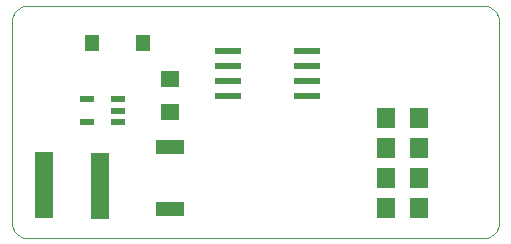
<source format=gtp>
G75*
G70*
%OFA0B0*%
%FSLAX24Y24*%
%IPPOS*%
%LPD*%
%AMOC8*
5,1,8,0,0,1.08239X$1,22.5*
%
%ADD10C,0.0000*%
%ADD11R,0.0870X0.0240*%
%ADD12R,0.0472X0.0217*%
%ADD13R,0.0500X0.0579*%
%ADD14R,0.0630X0.0551*%
%ADD15R,0.0945X0.0512*%
%ADD16R,0.0630X0.2244*%
%ADD17R,0.0630X0.0709*%
D10*
X000850Y000550D02*
X016070Y000550D01*
X016114Y000552D01*
X016157Y000558D01*
X016199Y000567D01*
X016241Y000580D01*
X016281Y000597D01*
X016320Y000617D01*
X016357Y000640D01*
X016391Y000667D01*
X016424Y000696D01*
X016453Y000729D01*
X016480Y000763D01*
X016503Y000800D01*
X016523Y000839D01*
X016540Y000879D01*
X016553Y000921D01*
X016562Y000963D01*
X016568Y001006D01*
X016570Y001050D01*
X016570Y007796D01*
X016568Y007840D01*
X016562Y007883D01*
X016553Y007925D01*
X016540Y007967D01*
X016523Y008007D01*
X016503Y008046D01*
X016480Y008083D01*
X016453Y008117D01*
X016424Y008150D01*
X016391Y008179D01*
X016357Y008206D01*
X016320Y008229D01*
X016281Y008249D01*
X016241Y008266D01*
X016199Y008279D01*
X016157Y008288D01*
X016114Y008294D01*
X016070Y008296D01*
X000850Y008296D01*
X000806Y008294D01*
X000763Y008288D01*
X000721Y008279D01*
X000679Y008266D01*
X000639Y008249D01*
X000600Y008229D01*
X000563Y008206D01*
X000529Y008179D01*
X000496Y008150D01*
X000467Y008117D01*
X000440Y008083D01*
X000417Y008046D01*
X000397Y008007D01*
X000380Y007967D01*
X000367Y007925D01*
X000358Y007883D01*
X000352Y007840D01*
X000350Y007796D01*
X000350Y001050D01*
X000352Y001006D01*
X000358Y000963D01*
X000367Y000921D01*
X000380Y000879D01*
X000397Y000839D01*
X000417Y000800D01*
X000440Y000763D01*
X000467Y000729D01*
X000496Y000696D01*
X000529Y000667D01*
X000563Y000640D01*
X000600Y000617D01*
X000639Y000597D01*
X000679Y000580D01*
X000721Y000567D01*
X000763Y000558D01*
X000806Y000552D01*
X000850Y000550D01*
D11*
X007530Y005300D03*
X007530Y005800D03*
X007530Y006300D03*
X007530Y006800D03*
X010180Y006800D03*
X010180Y006300D03*
X010180Y005800D03*
X010180Y005300D03*
D12*
X003862Y005174D03*
X003862Y004800D03*
X003862Y004426D03*
X002838Y004426D03*
X002838Y005174D03*
D13*
X003004Y007050D03*
X004696Y007050D03*
D14*
X005600Y005851D03*
X005600Y004749D03*
D15*
X005600Y003574D03*
X005600Y001526D03*
D16*
X003275Y002300D03*
X001425Y002320D03*
D17*
X012799Y002550D03*
X013901Y002550D03*
X013901Y001550D03*
X012799Y001550D03*
X012799Y003550D03*
X013901Y003550D03*
X013901Y004550D03*
X012799Y004550D03*
M02*

</source>
